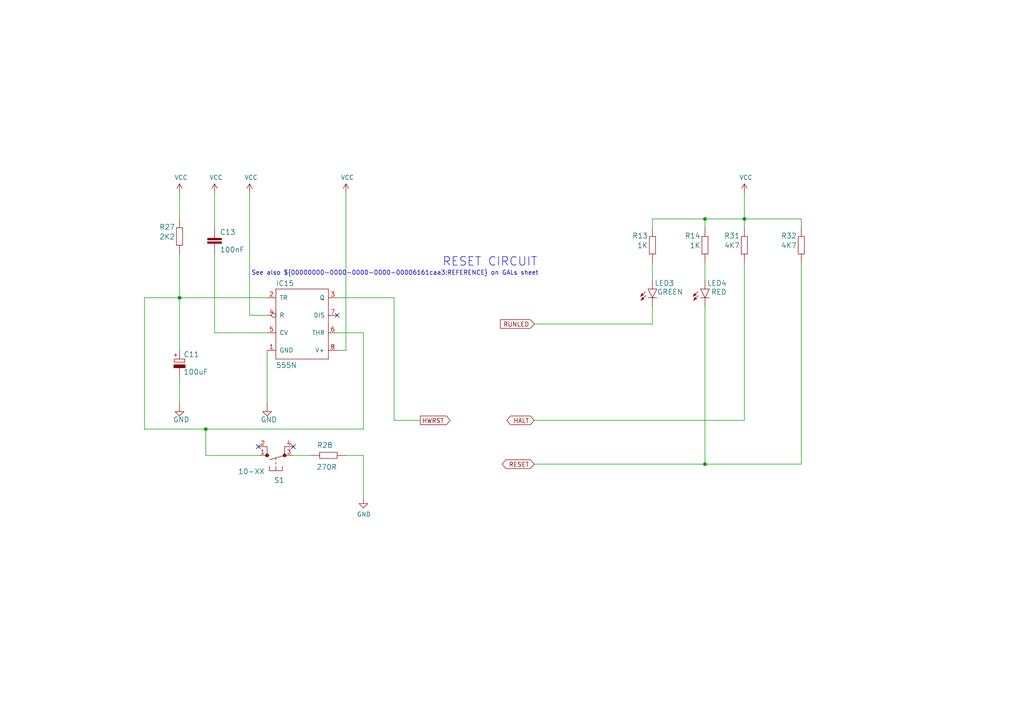
<source format=kicad_sch>
(kicad_sch (version 20230121) (generator eeschema)
  (paper "A4")
  (title_block (title "ROSCO_M68K GENERAL PURPOSE MC68010 COMPUTER") (date "2024-03-17") (rev "2.2") (company "The Really Old-School Company Limited") (comment 1 "OSHWA UK000006 (https://certification.oshwa.org/uk000006.html)") (comment 2 "See https://github.com/roscopeco/rosco_m68k/blob/master/LICENCE.hardware.txt") (comment 3 "Open Source Hardware licenced under CERN Open Hardware Licence") (comment 4 "Copyright 2019-2024 Ross Bamford and Contributors"))
  (lib_symbols
    (symbol "power:GND" (power) (pin_names (offset 0))
      (property "Value" "GND" (at 0 -3.81 0))
      (symbol "GND_0_1"
        (polyline (pts (xy 0 0) (xy 0 -1.27) (xy 1.27 -1.27) (xy 0 -2.54) (xy -1.27 -1.27) (xy 0 -1.27)))
      )
      (symbol "GND_1_1"
        (pin power_in line (at 0 0 270) (length 0) hide (name "GND") (number "1"))
      )
    )
    (symbol "power:VCC" (power) (pin_names (offset 0))
      (property "Value" "VCC" (at 0 3.81 0))
      (symbol "VCC_0_1"
        (polyline (pts (xy -0.762 1.27) (xy 0 2.54)))
        (polyline (pts (xy 0 0) (xy 0 2.54)))
        (polyline (pts (xy 0 2.54) (xy 0.762 1.27)))
      )
      (symbol "VCC_1_1"
        (pin power_in line (at 0 0 90) (length 0) hide (name "VCC") (number "1"))
      )
    )
    (symbol "rosco_m68k-eagle-import:10-XX" (pin_names (offset 1.016))
      (property "Reference" "S" (at -6.35 -2.54 90))
      (property "Value" "10-XX" (at -3.81 3.175 90))
      (symbol "10-XX_1_0"
        (circle (center 0 -2.54) (radius 0.127) (stroke (width 0.4064)))
        (polyline (pts (xy -4.445 -1.905) (xy -3.175 -1.905)))
        (polyline (pts (xy -4.445 0) (xy -4.445 -1.905)))
        (polyline (pts (xy -4.445 0) (xy -3.175 0)))
        (polyline (pts (xy -4.445 1.905) (xy -4.445 0)))
        (polyline (pts (xy -4.445 1.905) (xy -3.175 1.905)))
        (polyline (pts (xy -2.54 0) (xy -1.905 0)))
        (polyline (pts (xy -1.27 0) (xy -0.635 0)))
        (polyline (pts (xy 0 -2.54) (xy -1.27 1.905)))
        (polyline (pts (xy 0 1.905) (xy 0 2.54)))
        (polyline (pts (xy 2.54 -2.54) (xy 0 -2.54)))
        (polyline (pts (xy 2.54 2.54) (xy 0 2.54)))
        (circle (center 0 2.54) (radius 0.127) (stroke (width 0.4064)))
        (pin passive line (at 0 5.08 270) (length 2.54) (name "S") (number "1"))
        (pin passive line (at 2.54 5.08 270) (length 2.54) (name "S1") (number "2"))
        (pin passive line (at 0 -5.08 90) (length 2.54) (name "P") (number "3"))
        (pin passive line (at 2.54 -5.08 90) (length 2.54) (name "P1") (number "4"))
      )
    )
    (symbol "rosco_m68k-eagle-import:555N" (pin_names (offset 1.016))
      (property "Reference" "IC" (at -7.62 10.922 0))
      (property "Value" "555N" (at -7.62 -12.827 0))
      (symbol "555N_1_0"
        (polyline (pts (xy -7.62 -10.16) (xy 7.62 -10.16)))
        (polyline (pts (xy -7.62 10.16) (xy -7.62 -10.16)))
        (polyline (pts (xy 7.62 -10.16) (xy 7.62 10.16)))
        (polyline (pts (xy 7.62 10.16) (xy -7.62 10.16)))
        (pin power_in line (at -10.16 -7.62 0) (length 2.54) (name "GND") (number "1"))
        (pin input line (at -10.16 7.62 0) (length 2.54) (name "TR") (number "2"))
        (pin output line (at 10.16 7.62 180) (length 2.54) (name "Q") (number "3"))
        (pin input inverted (at -10.16 2.54 0) (length 2.54) (name "R") (number "4"))
        (pin input line (at -10.16 -2.54 0) (length 2.54) (name "CV") (number "5"))
        (pin input line (at 10.16 -2.54 180) (length 2.54) (name "THR") (number "6"))
        (pin input line (at 10.16 2.54 180) (length 2.54) (name "DIS") (number "7"))
        (pin power_in line (at 10.16 -7.62 180) (length 2.54) (name "V+") (number "8"))
      )
    )
    (symbol "rosco_m68k-eagle-import:C2,5-3" (pin_names (offset 1.016))
      (property "Reference" "C" (at 1.524 0.381 0))
      (property "Value" "C2,5-3" (at 1.524 -4.699 0))
      (symbol "C2,5-3_1_0"
        (rectangle (start -2.032 -2.032) (end 2.032 -1.524) (fill (type outline)))
        (rectangle (start -2.032 -1.016) (end 2.032 -0.508) (fill (type outline)))
        (polyline (pts (xy 0 -2.54) (xy 0 -2.032)))
        (polyline (pts (xy 0 0) (xy 0 -0.508)))
        (pin passive line (at 0 2.54 270) (length 2.54) (name "1") (number "1"))
        (pin passive line (at 0 -5.08 90) (length 2.54) (name "2") (number "2"))
      )
    )
    (symbol "rosco_m68k-eagle-import:CPOL-EUE2.5-5" (pin_names (offset 1.016))
      (property "Reference" "C" (at 1.143 0.4826 0))
      (property "Value" "CPOL-EUE2.5-5" (at 1.143 -4.5974 0))
      (symbol "CPOL-EUE2.5-5_1_0"
        (rectangle (start -1.651 -2.54) (end 1.651 -1.651) (fill (type outline)))
        (polyline (pts (xy -1.524 -0.889) (xy 1.524 -0.889)))
        (polyline (pts (xy -1.524 0) (xy -1.524 -0.889)))
        (polyline (pts (xy -1.524 0) (xy 1.524 0)))
        (polyline (pts (xy 1.524 -0.889) (xy 1.524 0)))
        (text "+" (at -0.5842 0.4064 900) (effects (font (size 1.0668 1.0668)) (justify left bottom)))
        (pin passive line (at 0 2.54 270) (length 2.54) (name "+") (number "+"))
        (pin passive line (at 0 -5.08 90) (length 2.54) (name "-") (number "-"))
      )
    )
    (symbol "rosco_m68k-eagle-import:GND" (power) (pin_names (offset 1.016))
      (property "Value" "GND" (at -1.905 -3.175 0))
      (symbol "GND_1_0"
        (polyline (pts (xy -1.27 0) (xy 1.27 0)))
        (polyline (pts (xy 0 -1.27) (xy -1.27 0)))
        (polyline (pts (xy 1.27 0) (xy 0 -1.27)))
        (pin power_in line (at 0 2.54 270) (length 2.54) (name "GND") (number "1"))
      )
    )
    (symbol "rosco_m68k-eagle-import:LED5MM" (pin_names (offset 1.016))
      (property "Reference" "LED" (at 3.556 -4.572 90))
      (property "Value" "LED5MM" (at 5.715 -4.572 90))
      (symbol "LED5MM_1_0"
        (polyline (pts (xy -2.032 -0.762) (xy -3.429 -2.159)))
        (polyline (pts (xy -1.905 -1.905) (xy -3.302 -3.302)))
        (polyline (pts (xy 0 -2.54) (xy -1.27 -2.54)))
        (polyline (pts (xy 0 -2.54) (xy -1.27 0)))
        (polyline (pts (xy 0 0) (xy -1.27 0)))
        (polyline (pts (xy 1.27 -2.54) (xy 0 -2.54)))
        (polyline (pts (xy 1.27 0) (xy 0 -2.54)))
        (polyline (pts (xy 1.27 0) (xy 0 0)))
        (polyline (pts (xy -3.429 -2.159) (xy -3.048 -1.27) (xy -2.54 -1.778)) (fill (type outline)))
        (polyline (pts (xy -3.302 -3.302) (xy -2.921 -2.413) (xy -2.413 -2.921)) (fill (type outline)))
        (pin passive line (at 0 2.54 270) (length 2.54) (name "A") (number "A"))
        (pin passive line (at 0 -5.08 90) (length 2.54) (name "C") (number "K"))
      )
    )
    (symbol "rosco_m68k-eagle-import:R-EU_0207_10" (pin_names (offset 1.016))
      (property "Reference" "R" (at -3.81 1.4986 0))
      (property "Value" "R-EU_0207_10" (at -3.81 -3.302 0))
      (symbol "R-EU_0207_10_1_0"
        (polyline (pts (xy -2.54 -0.889) (xy -2.54 0.889)))
        (polyline (pts (xy -2.54 -0.889) (xy 2.54 -0.889)))
        (polyline (pts (xy 2.54 -0.889) (xy 2.54 0.889)))
        (polyline (pts (xy 2.54 0.889) (xy -2.54 0.889)))
        (pin passive line (at -5.08 0 0) (length 2.54) (name "1") (number "1"))
        (pin passive line (at 5.08 0 180) (length 2.54) (name "2") (number "2"))
      )
    )
  )
  (junction (at 215.9 63.5))
  (junction (at 59.69 124.46))
  (junction (at 204.47 134.62))
  (junction (at 204.47 63.5))
  (junction (at 52.07 86.36))
  (no_connect (at 85.09 129.54))
  (no_connect (at 74.93 129.54))
  (no_connect (at 97.79 91.44))
  (wire (pts (xy 204.47 66.04) (xy 204.47 63.5)))
  (wire (pts (xy 215.9 63.5) (xy 215.9 66.04)))
  (wire (pts (xy 62.23 96.52) (xy 77.47 96.52)))
  (wire (pts (xy 204.47 88.9) (xy 204.47 134.62)))
  (wire (pts (xy 114.3 121.92) (xy 121.92 121.92)))
  (wire (pts (xy 62.23 55.88) (xy 62.23 66.04)))
  (wire (pts (xy 105.41 96.52) (xy 105.41 124.46)))
  (wire (pts (xy 204.47 134.62) (xy 232.41 134.62)))
  (wire (pts (xy 189.23 63.5) (xy 204.47 63.5)))
  (wire (pts (xy 189.23 81.28) (xy 189.23 76.2)))
  (wire (pts (xy 72.39 55.88) (xy 72.39 91.44)))
  (wire (pts (xy 232.41 76.2) (xy 232.41 134.62)))
  (wire (pts (xy 59.69 132.08) (xy 59.69 124.46)))
  (wire (pts (xy 232.41 66.04) (xy 232.41 63.5)))
  (wire (pts (xy 204.47 63.5) (xy 215.9 63.5)))
  (wire (pts (xy 215.9 55.88) (xy 215.9 63.5)))
  (wire (pts (xy 52.07 86.36) (xy 52.07 101.6)))
  (wire (pts (xy 105.41 132.08) (xy 105.41 144.78)))
  (wire (pts (xy 105.41 124.46) (xy 59.69 124.46)))
  (wire (pts (xy 41.91 124.46) (xy 41.91 86.36)))
  (wire (pts (xy 72.39 91.44) (xy 77.47 91.44)))
  (wire (pts (xy 154.94 134.62) (xy 204.47 134.62)))
  (wire (pts (xy 97.79 96.52) (xy 105.41 96.52)))
  (wire (pts (xy 154.94 93.98) (xy 189.23 93.98)))
  (wire (pts (xy 154.94 121.92) (xy 215.9 121.92)))
  (wire (pts (xy 100.33 55.88) (xy 100.33 101.6)))
  (wire (pts (xy 114.3 86.36) (xy 114.3 121.92)))
  (wire (pts (xy 189.23 66.04) (xy 189.23 63.5)))
  (wire (pts (xy 52.07 86.36) (xy 41.91 86.36)))
  (wire (pts (xy 77.47 101.6) (xy 77.47 116.84)))
  (wire (pts (xy 77.47 86.36) (xy 52.07 86.36)))
  (wire (pts (xy 52.07 109.22) (xy 52.07 116.84)))
  (wire (pts (xy 97.79 86.36) (xy 114.3 86.36)))
  (wire (pts (xy 52.07 73.66) (xy 52.07 86.36)))
  (wire (pts (xy 85.09 132.08) (xy 90.17 132.08)))
  (wire (pts (xy 62.23 73.66) (xy 62.23 96.52)))
  (wire (pts (xy 59.69 124.46) (xy 41.91 124.46)))
  (wire (pts (xy 215.9 76.2) (xy 215.9 121.92)))
  (wire (pts (xy 204.47 76.2) (xy 204.47 81.28)))
  (wire (pts (xy 189.23 93.98) (xy 189.23 88.9)))
  (wire (pts (xy 52.07 55.88) (xy 52.07 63.5)))
  (wire (pts (xy 215.9 63.5) (xy 232.41 63.5)))
  (wire (pts (xy 97.79 101.6) (xy 100.33 101.6)))
  (wire (pts (xy 100.33 132.08) (xy 105.41 132.08)))
  (wire (pts (xy 59.69 132.08) (xy 74.93 132.08)))
  (text "See also ${00000000-0000-0000-0000-00006161caa3:REFERENCE} on GALs sheet" (at 156.21 80.01 0) (effects (font (size 1.27 1.27)) (justify right bottom)))
  (text "RESET CIRCUIT" (at 128.27 77.47 0) (effects (font (size 2.4892 2.4892)) (justify left bottom)))
  (global_label "HWRST" (shape output) (at 121.92 121.92 0) (property "Intersheetrefs" "${INTERSHEET_REFS}" (effects hide)))
  (global_label "RUNLED" (shape input) (at 154.94 93.98 180) (property "Intersheetrefs" "${INTERSHEET_REFS}" (effects hide)))
  (global_label "RESET" (shape tri_state) (at 154.94 134.62 180) (property "Intersheetrefs" "${INTERSHEET_REFS}" (effects hide)))
  (global_label "HALT" (shape tri_state) (at 154.94 121.92 180) (property "Intersheetrefs" "${INTERSHEET_REFS}" (effects hide)))
  (symbol (lib_id "rosco_m68k-eagle-import:555N") (at 87.63 93.98 0) (unit 1)
    (property "Reference" "IC15" (at 80.01 83.058 0) (effects (font (size 1.4986 1.4986)) (justify left bottom)))
    (property "Value" "555N" (at 80.01 106.807 0) (effects (font (size 1.4986 1.4986)) (justify left bottom)))
    (property "Footprint" "Package_DIP:DIP-8_W7.62mm_LongPads" (effects hide))
  )
  (symbol (lib_id "rosco_m68k-eagle-import:R-EU_0207_10") (at 52.07 68.58 90) (unit 1)
    (property "Reference" "R27" (at 50.8 64.9986 90) (effects (font (size 1.4986 1.4986)) (justify left bottom)))
    (property "Value" "2K2" (at 50.8 67.818 90) (effects (font (size 1.4986 1.4986)) (justify left bottom)))
    (property "Footprint" "Resistor_SMD:R_0603_1608Metric" (effects hide))
  )
  (symbol (lib_id "rosco_m68k-eagle-import:R-EU_0207_10") (at 95.25 132.08 180) (unit 1)
    (property "Reference" "R28" (at 96.52 128.27 0) (effects (font (size 1.4986 1.4986)) (justify left bottom)))
    (property "Value" "270R" (at 97.79 134.62 0) (effects (font (size 1.4986 1.4986)) (justify left bottom)))
    (property "Footprint" "Resistor_SMD:R_0603_1608Metric" (effects hide))
  )
  (symbol (lib_id "rosco_m68k-eagle-import:R-EU_0207_10") (at 204.47 71.12 90) (unit 1)
    (property "Reference" "R14" (at 203.2 67.5386 90) (effects (font (size 1.4986 1.4986)) (justify left bottom)))
    (property "Value" "1K" (at 203.2 70.358 90) (effects (font (size 1.4986 1.4986)) (justify left bottom)))
    (property "Footprint" "Resistor_SMD:R_0603_1608Metric" (effects hide))
  )
  (symbol (lib_id "rosco_m68k-eagle-import:R-EU_0207_10") (at 215.9 71.12 90) (unit 1)
    (property "Reference" "R31" (at 214.63 67.5386 90) (effects (font (size 1.4986 1.4986)) (justify left bottom)))
    (property "Value" "4K7" (at 214.63 70.358 90) (effects (font (size 1.4986 1.4986)) (justify left bottom)))
    (property "Footprint" "Resistor_SMD:R_0603_1608Metric" (effects hide))
  )
  (symbol (lib_id "rosco_m68k-eagle-import:R-EU_0207_10") (at 232.41 71.12 90) (unit 1)
    (property "Reference" "R32" (at 231.14 67.5386 90) (effects (font (size 1.4986 1.4986)) (justify left bottom)))
    (property "Value" "4K7" (at 231.14 70.358 90) (effects (font (size 1.4986 1.4986)) (justify left bottom)))
    (property "Footprint" "Resistor_SMD:R_0603_1608Metric" (effects hide))
  )
  (symbol (lib_id "rosco_m68k-eagle-import:R-EU_0207_10") (at 189.23 71.12 90) (unit 1)
    (property "Reference" "R13" (at 187.96 67.5386 90) (effects (font (size 1.4986 1.4986)) (justify left bottom)))
    (property "Value" "1K" (at 187.96 70.358 90) (effects (font (size 1.4986 1.4986)) (justify left bottom)))
    (property "Footprint" "Resistor_SMD:R_0603_1608Metric" (effects hide))
  )
  (symbol (lib_id "rosco_m68k-eagle-import:C2,5-3") (at 62.23 68.58 0) (unit 1)
    (property "Reference" "C13" (at 63.754 68.199 0) (effects (font (size 1.4986 1.4986)) (justify left bottom)))
    (property "Value" "100nF" (at 63.754 73.279 0) (effects (font (size 1.4986 1.4986)) (justify left bottom)))
    (property "Footprint" "Capacitor_SMD:C_0603_1608Metric" (effects hide))
  )
  (symbol (lib_id "rosco_m68k-eagle-import:10-XX") (at 80.01 132.08 90) (unit 1)
    (property "Reference" "S1" (at 82.55 138.43 90) (effects (font (size 1.4986 1.4986)) (justify left bottom)))
    (property "Value" "10-XX" (at 76.835 135.89 90) (effects (font (size 1.4986 1.4986)) (justify left bottom)))
    (property "Footprint" "rosco_m68k:B3F-10XX" (effects hide))
  )
  (symbol (lib_id "rosco_m68k-eagle-import:GND") (at 52.07 119.38 0) (unit 1)
    (property "Reference" "#SUPPLY01" (effects hide))
    (property "Value" "GND" (at 50.165 122.555 0) (effects (font (size 1.4986 1.4986)) (justify left bottom)))
  )
  (symbol (lib_id "rosco_m68k-eagle-import:LED5MM") (at 204.47 83.82 0) (unit 1)
    (property "Reference" "LED4" (at 210.82 81.28 0) (effects (font (size 1.4986 1.4986)) (justify right top)))
    (property "Value" "RED" (at 210.82 83.82 0) (effects (font (size 1.4986 1.4986)) (justify right top)))
    (property "Footprint" "rosco_m68k:LED5MM" (effects hide))
  )
  (symbol (lib_id "rosco_m68k-eagle-import:LED5MM") (at 189.23 83.82 0) (unit 1)
    (property "Reference" "LED3" (at 195.58 81.28 0) (effects (font (size 1.4986 1.4986)) (justify right top)))
    (property "Value" "GREEN" (at 198.12 83.82 0) (effects (font (size 1.4986 1.4986)) (justify right top)))
    (property "Footprint" "rosco_m68k:LED5MM" (effects hide))
  )
  (symbol (lib_id "rosco_m68k-eagle-import:GND") (at 77.47 119.38 0) (unit 1)
    (property "Reference" "#SUPPLY02" (effects hide))
    (property "Value" "GND" (at 75.565 122.555 0) (effects (font (size 1.4986 1.4986)) (justify left bottom)))
  )
  (symbol (lib_id "rosco_m68k-eagle-import:CPOL-EUE2.5-5") (at 52.07 104.14 0) (unit 1)
    (property "Reference" "C11" (at 53.213 103.6574 0) (effects (font (size 1.4986 1.4986)) (justify left bottom)))
    (property "Value" "100uF" (at 53.213 108.7374 0) (effects (font (size 1.4986 1.4986)) (justify left bottom)))
    (property "Footprint" "rosco_m68k:E2,5-5" (effects hide))
  )
  (symbol (lib_id "power:GND") (at 105.41 144.78 0) (unit 1)
    (property "Reference" "#PWR038" (effects hide))
    (property "Value" "GND" (at 105.537 149.1742 0))
  )
  (symbol (lib_id "power:VCC") (at 72.39 55.88 0) (unit 1)
    (property "Reference" "#PWR036" (effects hide))
    (property "Value" "VCC" (at 72.8218 51.4858 0))
  )
  (symbol (lib_id "power:VCC") (at 100.33 55.88 0) (unit 1)
    (property "Reference" "#PWR037" (effects hide))
    (property "Value" "VCC" (at 100.7618 51.4858 0))
  )
  (symbol (lib_id "power:VCC") (at 215.9 55.88 0) (unit 1)
    (property "Reference" "#PWR039" (effects hide))
    (property "Value" "VCC" (at 216.3318 51.4858 0))
  )
  (symbol (lib_id "power:VCC") (at 62.23 55.88 0) (unit 1)
    (property "Reference" "#PWR035" (effects hide))
    (property "Value" "VCC" (at 62.6618 51.4858 0))
  )
  (symbol (lib_id "power:VCC") (at 52.07 55.88 0) (unit 1)
    (property "Reference" "#PWR034" (effects hide))
    (property "Value" "VCC" (at 52.5018 51.4858 0))
  )
)
</source>
